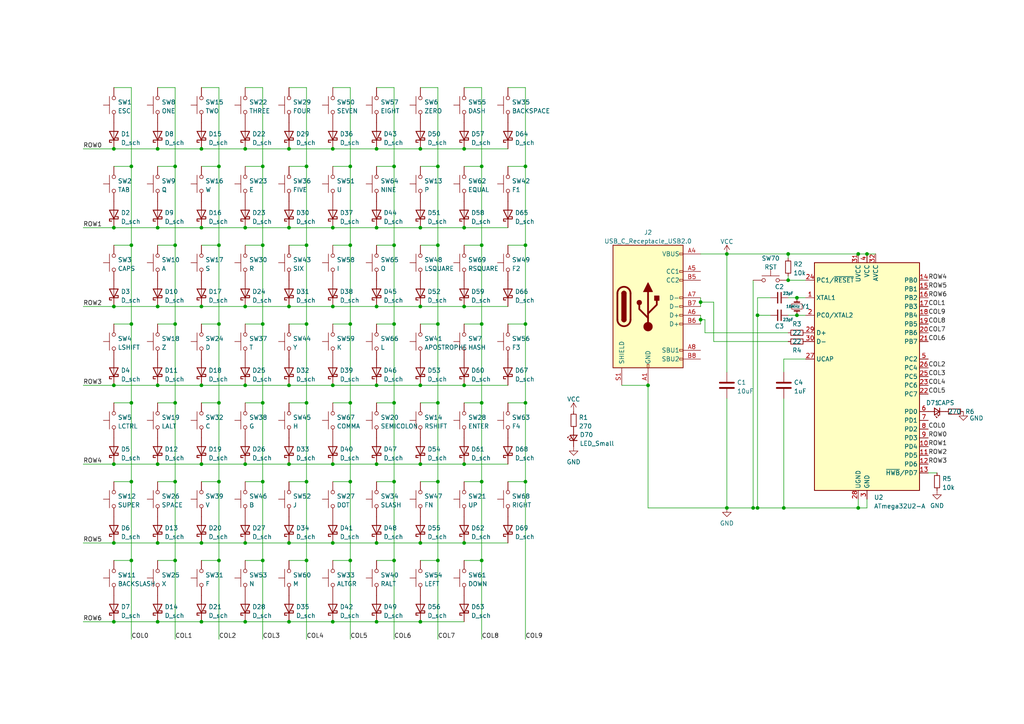
<source format=kicad_sch>
(kicad_sch (version 20211123) (generator eeschema)
  (paper "A4")
  (junction (at 58.42 157.48))
  (junction (at 139.7 116.84))
  (junction (at 33.02 180.34))
  (junction (at 219.71 91.44))
  (junction (at 83.82 134.62))
  (junction (at 63.5 71.12))
  (junction (at 210.82 147.32))
  (junction (at 58.42 134.62))
  (junction (at 83.82 66.04))
  (junction (at 101.6 116.84))
  (junction (at 83.82 180.34))
  (junction (at 139.7 48.26))
  (junction (at 96.52 43.18))
  (junction (at 152.4 71.12))
  (junction (at 88.9 48.26))
  (junction (at 38.1 48.26))
  (junction (at 114.3 48.26))
  (junction (at 114.3 162.56))
  (junction (at 101.6 48.26))
  (junction (at 219.71 147.32))
  (junction (at 227.33 147.32))
  (junction (at 101.6 139.7))
  (junction (at 96.52 66.04))
  (junction (at 38.1 162.56))
  (junction (at 152.4 93.98))
  (junction (at 58.42 66.04))
  (junction (at 50.8 71.12))
  (junction (at 121.92 157.48))
  (junction (at 139.7 71.12))
  (junction (at 71.12 157.48))
  (junction (at 45.72 88.9))
  (junction (at 38.1 139.7))
  (junction (at 251.46 73.66))
  (junction (at 134.62 43.18))
  (junction (at 83.82 157.48))
  (junction (at 152.4 139.7))
  (junction (at 114.3 93.98))
  (junction (at 210.82 73.66))
  (junction (at 152.4 116.84))
  (junction (at 96.52 157.48))
  (junction (at 127 162.56))
  (junction (at 121.92 43.18))
  (junction (at 96.52 111.76))
  (junction (at 127 71.12))
  (junction (at 139.7 93.98))
  (junction (at 76.2 116.84))
  (junction (at 38.1 116.84))
  (junction (at 248.92 73.66))
  (junction (at 33.02 134.62))
  (junction (at 58.42 88.9))
  (junction (at 109.22 157.48))
  (junction (at 134.62 88.9))
  (junction (at 127 139.7))
  (junction (at 134.62 134.62))
  (junction (at 71.12 134.62))
  (junction (at 45.72 157.48))
  (junction (at 33.02 66.04))
  (junction (at 76.2 48.26))
  (junction (at 38.1 71.12))
  (junction (at 58.42 111.76))
  (junction (at 83.82 43.18))
  (junction (at 88.9 93.98))
  (junction (at 203.2 92.71))
  (junction (at 228.6 73.66))
  (junction (at 83.82 88.9))
  (junction (at 121.92 88.9))
  (junction (at 76.2 139.7))
  (junction (at 231.14 86.36))
  (junction (at 101.6 71.12))
  (junction (at 58.42 180.34))
  (junction (at 109.22 88.9))
  (junction (at 121.92 134.62))
  (junction (at 45.72 134.62))
  (junction (at 109.22 66.04))
  (junction (at 228.6 81.28))
  (junction (at 45.72 43.18))
  (junction (at 121.92 66.04))
  (junction (at 101.6 162.56))
  (junction (at 76.2 93.98))
  (junction (at 50.8 93.98))
  (junction (at 109.22 43.18))
  (junction (at 50.8 162.56))
  (junction (at 109.22 180.34))
  (junction (at 109.22 111.76))
  (junction (at 127 93.98))
  (junction (at 134.62 111.76))
  (junction (at 63.5 139.7))
  (junction (at 121.92 111.76))
  (junction (at 231.14 91.44))
  (junction (at 127 48.26))
  (junction (at 203.2 87.63))
  (junction (at 134.62 66.04))
  (junction (at 109.22 134.62))
  (junction (at 38.1 93.98))
  (junction (at 58.42 43.18))
  (junction (at 71.12 43.18))
  (junction (at 101.6 93.98))
  (junction (at 114.3 139.7))
  (junction (at 96.52 180.34))
  (junction (at 114.3 116.84))
  (junction (at 71.12 88.9))
  (junction (at 63.5 116.84))
  (junction (at 139.7 162.56))
  (junction (at 33.02 43.18))
  (junction (at 96.52 88.9))
  (junction (at 121.92 180.34))
  (junction (at 71.12 66.04))
  (junction (at 33.02 88.9))
  (junction (at 71.12 111.76))
  (junction (at 88.9 139.7))
  (junction (at 114.3 71.12))
  (junction (at 96.52 134.62))
  (junction (at 88.9 162.56))
  (junction (at 76.2 162.56))
  (junction (at 33.02 111.76))
  (junction (at 63.5 48.26))
  (junction (at 248.92 147.32))
  (junction (at 63.5 162.56))
  (junction (at 127 116.84))
  (junction (at 50.8 48.26))
  (junction (at 134.62 157.48))
  (junction (at 139.7 139.7))
  (junction (at 76.2 71.12))
  (junction (at 50.8 139.7))
  (junction (at 152.4 48.26))
  (junction (at 50.8 116.84))
  (junction (at 45.72 66.04))
  (junction (at 71.12 180.34))
  (junction (at 218.44 147.32))
  (junction (at 88.9 71.12))
  (junction (at 88.9 116.84))
  (junction (at 45.72 111.76))
  (junction (at 33.02 157.48))
  (junction (at 83.82 111.76))
  (junction (at 187.96 111.76))
  (junction (at 45.72 180.34))
  (junction (at 63.5 93.98))
  (wire (pts (xy 96.52 180.34) (xy 109.22 180.34)))
  (wire (pts (xy 139.7 93.98) (xy 139.7 116.84)))
  (wire (pts (xy 83.82 134.62) (xy 96.52 134.62)))
  (wire (pts (xy 58.42 134.62) (xy 71.12 134.62)))
  (wire (pts (xy 45.72 48.26) (xy 50.8 48.26)))
  (wire (pts (xy 50.8 71.12) (xy 50.8 93.98)))
  (wire (pts (xy 109.22 134.62) (xy 121.92 134.62)))
  (wire (pts (xy 96.52 88.9) (xy 109.22 88.9)))
  (wire (pts (xy 76.2 71.12) (xy 76.2 93.98)))
  (wire (pts (xy 203.2 73.66) (xy 210.82 73.66)))
  (wire (pts (xy 45.72 88.9) (xy 58.42 88.9)))
  (wire (pts (xy 58.42 48.26) (xy 63.5 48.26)))
  (wire (pts (xy 121.92 43.18) (xy 134.62 43.18)))
  (wire (pts (xy 50.8 139.7) (xy 50.8 162.56)))
  (wire (pts (xy 152.4 71.12) (xy 152.4 93.98)))
  (wire (pts (xy 33.02 111.76) (xy 45.72 111.76)))
  (wire (pts (xy 71.12 48.26) (xy 76.2 48.26)))
  (wire (pts (xy 24.13 180.34) (xy 33.02 180.34)))
  (wire (pts (xy 38.1 139.7) (xy 38.1 162.56)))
  (wire (pts (xy 134.62 111.76) (xy 147.32 111.76)))
  (wire (pts (xy 109.22 88.9) (xy 121.92 88.9)))
  (wire (pts (xy 71.12 116.84) (xy 76.2 116.84)))
  (wire (pts (xy 83.82 139.7) (xy 88.9 139.7)))
  (wire (pts (xy 58.42 43.18) (xy 71.12 43.18)))
  (wire (pts (xy 96.52 162.56) (xy 101.6 162.56)))
  (wire (pts (xy 109.22 66.04) (xy 121.92 66.04)))
  (wire (pts (xy 210.82 73.66) (xy 228.6 73.66)))
  (wire (pts (xy 114.3 139.7) (xy 114.3 162.56)))
  (wire (pts (xy 219.71 86.36) (xy 219.71 91.44)))
  (wire (pts (xy 203.2 87.63) (xy 203.2 88.9)))
  (wire (pts (xy 152.4 93.98) (xy 152.4 116.84)))
  (wire (pts (xy 101.6 116.84) (xy 101.6 139.7)))
  (wire (pts (xy 139.7 116.84) (xy 139.7 139.7)))
  (wire (pts (xy 24.13 66.04) (xy 33.02 66.04)))
  (wire (pts (xy 88.9 48.26) (xy 88.9 71.12)))
  (wire (pts (xy 76.2 162.56) (xy 76.2 185.42)))
  (wire (pts (xy 38.1 162.56) (xy 38.1 185.42)))
  (wire (pts (xy 38.1 48.26) (xy 38.1 71.12)))
  (wire (pts (xy 248.92 144.78) (xy 248.92 147.32)))
  (wire (pts (xy 45.72 25.4) (xy 50.8 25.4)))
  (wire (pts (xy 33.02 93.98) (xy 38.1 93.98)))
  (wire (pts (xy 203.2 86.36) (xy 203.2 87.63)))
  (wire (pts (xy 121.92 139.7) (xy 127 139.7)))
  (wire (pts (xy 88.9 71.12) (xy 88.9 93.98)))
  (wire (pts (xy 83.82 25.4) (xy 88.9 25.4)))
  (wire (pts (xy 45.72 43.18) (xy 58.42 43.18)))
  (wire (pts (xy 101.6 48.26) (xy 101.6 71.12)))
  (wire (pts (xy 88.9 93.98) (xy 88.9 116.84)))
  (wire (pts (xy 134.62 66.04) (xy 147.32 66.04)))
  (wire (pts (xy 139.7 25.4) (xy 139.7 48.26)))
  (wire (pts (xy 96.52 157.48) (xy 109.22 157.48)))
  (wire (pts (xy 134.62 88.9) (xy 147.32 88.9)))
  (wire (pts (xy 127 93.98) (xy 127 116.84)))
  (wire (pts (xy 58.42 71.12) (xy 63.5 71.12)))
  (wire (pts (xy 231.14 86.36) (xy 233.68 86.36)))
  (wire (pts (xy 96.52 25.4) (xy 101.6 25.4)))
  (wire (pts (xy 227.33 104.14) (xy 233.68 104.14)))
  (wire (pts (xy 63.5 93.98) (xy 63.5 116.84)))
  (wire (pts (xy 121.92 66.04) (xy 134.62 66.04)))
  (wire (pts (xy 33.02 48.26) (xy 38.1 48.26)))
  (wire (pts (xy 101.6 71.12) (xy 101.6 93.98)))
  (wire (pts (xy 121.92 93.98) (xy 127 93.98)))
  (wire (pts (xy 269.24 137.16) (xy 271.78 137.16)))
  (wire (pts (xy 228.6 73.66) (xy 228.6 74.93)))
  (wire (pts (xy 88.9 139.7) (xy 88.9 162.56)))
  (wire (pts (xy 134.62 43.18) (xy 147.32 43.18)))
  (wire (pts (xy 210.82 147.32) (xy 218.44 147.32)))
  (wire (pts (xy 71.12 180.34) (xy 83.82 180.34)))
  (wire (pts (xy 38.1 25.4) (xy 38.1 48.26)))
  (wire (pts (xy 58.42 93.98) (xy 63.5 93.98)))
  (wire (pts (xy 109.22 111.76) (xy 121.92 111.76)))
  (wire (pts (xy 50.8 116.84) (xy 50.8 139.7)))
  (wire (pts (xy 109.22 157.48) (xy 121.92 157.48)))
  (wire (pts (xy 109.22 71.12) (xy 114.3 71.12)))
  (wire (pts (xy 139.7 48.26) (xy 139.7 71.12)))
  (wire (pts (xy 45.72 180.34) (xy 58.42 180.34)))
  (wire (pts (xy 210.82 73.66) (xy 210.82 107.95)))
  (wire (pts (xy 228.6 99.06) (xy 207.01 99.06)))
  (wire (pts (xy 219.71 91.44) (xy 219.71 147.32)))
  (wire (pts (xy 204.47 96.52) (xy 228.6 96.52)))
  (wire (pts (xy 24.13 43.18) (xy 33.02 43.18)))
  (wire (pts (xy 227.33 115.57) (xy 227.33 147.32)))
  (wire (pts (xy 223.52 86.36) (xy 219.71 86.36)))
  (wire (pts (xy 254 73.66) (xy 251.46 73.66)))
  (wire (pts (xy 96.52 71.12) (xy 101.6 71.12)))
  (wire (pts (xy 121.92 71.12) (xy 127 71.12)))
  (wire (pts (xy 127 162.56) (xy 127 185.42)))
  (wire (pts (xy 114.3 25.4) (xy 114.3 48.26)))
  (wire (pts (xy 227.33 147.32) (xy 248.92 147.32)))
  (wire (pts (xy 83.82 116.84) (xy 88.9 116.84)))
  (wire (pts (xy 45.72 66.04) (xy 58.42 66.04)))
  (wire (pts (xy 109.22 162.56) (xy 114.3 162.56)))
  (wire (pts (xy 147.32 139.7) (xy 152.4 139.7)))
  (wire (pts (xy 76.2 139.7) (xy 76.2 162.56)))
  (wire (pts (xy 33.02 134.62) (xy 45.72 134.62)))
  (wire (pts (xy 24.13 134.62) (xy 33.02 134.62)))
  (wire (pts (xy 83.82 66.04) (xy 96.52 66.04)))
  (wire (pts (xy 24.13 88.9) (xy 33.02 88.9)))
  (wire (pts (xy 45.72 116.84) (xy 50.8 116.84)))
  (wire (pts (xy 83.82 43.18) (xy 96.52 43.18)))
  (wire (pts (xy 96.52 116.84) (xy 101.6 116.84)))
  (wire (pts (xy 63.5 25.4) (xy 63.5 48.26)))
  (wire (pts (xy 83.82 93.98) (xy 88.9 93.98)))
  (wire (pts (xy 45.72 139.7) (xy 50.8 139.7)))
  (wire (pts (xy 58.42 111.76) (xy 71.12 111.76)))
  (wire (pts (xy 33.02 71.12) (xy 38.1 71.12)))
  (wire (pts (xy 121.92 180.34) (xy 134.62 180.34)))
  (wire (pts (xy 63.5 162.56) (xy 63.5 185.42)))
  (wire (pts (xy 114.3 116.84) (xy 114.3 139.7)))
  (wire (pts (xy 63.5 116.84) (xy 63.5 139.7)))
  (wire (pts (xy 101.6 162.56) (xy 101.6 185.42)))
  (wire (pts (xy 83.82 180.34) (xy 96.52 180.34)))
  (wire (pts (xy 33.02 25.4) (xy 38.1 25.4)))
  (wire (pts (xy 58.42 88.9) (xy 71.12 88.9)))
  (wire (pts (xy 71.12 93.98) (xy 76.2 93.98)))
  (wire (pts (xy 45.72 157.48) (xy 58.42 157.48)))
  (wire (pts (xy 207.01 87.63) (xy 203.2 87.63)))
  (wire (pts (xy 114.3 162.56) (xy 114.3 185.42)))
  (wire (pts (xy 33.02 43.18) (xy 45.72 43.18)))
  (wire (pts (xy 63.5 139.7) (xy 63.5 162.56)))
  (wire (pts (xy 248.92 73.66) (xy 228.6 73.66)))
  (wire (pts (xy 134.62 48.26) (xy 139.7 48.26)))
  (wire (pts (xy 251.46 147.32) (xy 251.46 144.78)))
  (wire (pts (xy 127 48.26) (xy 127 71.12)))
  (wire (pts (xy 45.72 71.12) (xy 50.8 71.12)))
  (wire (pts (xy 83.82 88.9) (xy 96.52 88.9)))
  (wire (pts (xy 71.12 71.12) (xy 76.2 71.12)))
  (wire (pts (xy 96.52 48.26) (xy 101.6 48.26)))
  (wire (pts (xy 76.2 25.4) (xy 76.2 48.26)))
  (wire (pts (xy 71.12 134.62) (xy 83.82 134.62)))
  (wire (pts (xy 58.42 162.56) (xy 63.5 162.56)))
  (wire (pts (xy 147.32 93.98) (xy 152.4 93.98)))
  (wire (pts (xy 45.72 162.56) (xy 50.8 162.56)))
  (wire (pts (xy 58.42 157.48) (xy 71.12 157.48)))
  (wire (pts (xy 139.7 71.12) (xy 139.7 93.98)))
  (wire (pts (xy 121.92 162.56) (xy 127 162.56)))
  (wire (pts (xy 218.44 147.32) (xy 219.71 147.32)))
  (wire (pts (xy 109.22 139.7) (xy 114.3 139.7)))
  (wire (pts (xy 58.42 66.04) (xy 71.12 66.04)))
  (wire (pts (xy 127 116.84) (xy 127 139.7)))
  (wire (pts (xy 101.6 93.98) (xy 101.6 116.84)))
  (wire (pts (xy 101.6 139.7) (xy 101.6 162.56)))
  (wire (pts (xy 63.5 48.26) (xy 63.5 71.12)))
  (wire (pts (xy 109.22 116.84) (xy 114.3 116.84)))
  (wire (pts (xy 71.12 88.9) (xy 83.82 88.9)))
  (wire (pts (xy 134.62 139.7) (xy 139.7 139.7)))
  (wire (pts (xy 147.32 71.12) (xy 152.4 71.12)))
  (wire (pts (xy 121.92 25.4) (xy 127 25.4)))
  (wire (pts (xy 71.12 139.7) (xy 76.2 139.7)))
  (wire (pts (xy 24.13 157.48) (xy 33.02 157.48)))
  (wire (pts (xy 121.92 88.9) (xy 134.62 88.9)))
  (wire (pts (xy 152.4 25.4) (xy 152.4 48.26)))
  (wire (pts (xy 228.6 81.28) (xy 228.6 80.01)))
  (wire (pts (xy 121.92 116.84) (xy 127 116.84)))
  (wire (pts (xy 83.82 157.48) (xy 96.52 157.48)))
  (wire (pts (xy 96.52 43.18) (xy 109.22 43.18)))
  (wire (pts (xy 83.82 111.76) (xy 96.52 111.76)))
  (wire (pts (xy 83.82 71.12) (xy 88.9 71.12)))
  (wire (pts (xy 71.12 162.56) (xy 76.2 162.56)))
  (wire (pts (xy 134.62 25.4) (xy 139.7 25.4)))
  (wire (pts (xy 134.62 116.84) (xy 139.7 116.84)))
  (wire (pts (xy 248.92 147.32) (xy 251.46 147.32)))
  (wire (pts (xy 71.12 157.48) (xy 83.82 157.48)))
  (wire (pts (xy 139.7 139.7) (xy 139.7 162.56)))
  (wire (pts (xy 203.2 92.71) (xy 204.47 92.71)))
  (wire (pts (xy 33.02 116.84) (xy 38.1 116.84)))
  (wire (pts (xy 83.82 162.56) (xy 88.9 162.56)))
  (wire (pts (xy 71.12 25.4) (xy 76.2 25.4)))
  (wire (pts (xy 33.02 139.7) (xy 38.1 139.7)))
  (wire (pts (xy 134.62 134.62) (xy 147.32 134.62)))
  (wire (pts (xy 83.82 48.26) (xy 88.9 48.26)))
  (wire (pts (xy 76.2 48.26) (xy 76.2 71.12)))
  (wire (pts (xy 45.72 111.76) (xy 58.42 111.76)))
  (wire (pts (xy 96.52 66.04) (xy 109.22 66.04)))
  (wire (pts (xy 134.62 71.12) (xy 139.7 71.12)))
  (wire (pts (xy 109.22 43.18) (xy 121.92 43.18)))
  (wire (pts (xy 152.4 139.7) (xy 152.4 185.42)))
  (wire (pts (xy 76.2 93.98) (xy 76.2 116.84)))
  (wire (pts (xy 114.3 48.26) (xy 114.3 71.12)))
  (wire (pts (xy 218.44 81.28) (xy 218.44 147.32)))
  (wire (pts (xy 88.9 162.56) (xy 88.9 185.42)))
  (wire (pts (xy 71.12 43.18) (xy 83.82 43.18)))
  (wire (pts (xy 96.52 111.76) (xy 109.22 111.76)))
  (wire (pts (xy 96.52 93.98) (xy 101.6 93.98)))
  (wire (pts (xy 207.01 99.06) (xy 207.01 87.63)))
  (wire (pts (xy 96.52 139.7) (xy 101.6 139.7)))
  (wire (pts (xy 147.32 25.4) (xy 152.4 25.4)))
  (wire (pts (xy 210.82 115.57) (xy 210.82 147.32)))
  (wire (pts (xy 251.46 73.66) (xy 248.92 73.66)))
  (wire (pts (xy 109.22 180.34) (xy 121.92 180.34)))
  (wire (pts (xy 227.33 107.95) (xy 227.33 104.14)))
  (wire (pts (xy 88.9 116.84) (xy 88.9 139.7)))
  (wire (pts (xy 50.8 93.98) (xy 50.8 116.84)))
  (wire (pts (xy 76.2 116.84) (xy 76.2 139.7)))
  (wire (pts (xy 152.4 116.84) (xy 152.4 139.7)))
  (wire (pts (xy 58.42 116.84) (xy 63.5 116.84)))
  (wire (pts (xy 219.71 147.32) (xy 227.33 147.32)))
  (wire (pts (xy 109.22 25.4) (xy 114.3 25.4)))
  (wire (pts (xy 58.42 180.34) (xy 71.12 180.34)))
  (wire (pts (xy 33.02 157.48) (xy 45.72 157.48)))
  (wire (pts (xy 24.13 111.76) (xy 33.02 111.76)))
  (wire (pts (xy 204.47 92.71) (xy 204.47 96.52)))
  (wire (pts (xy 33.02 66.04) (xy 45.72 66.04)))
  (wire (pts (xy 219.71 91.44) (xy 223.52 91.44)))
  (wire (pts (xy 109.22 48.26) (xy 114.3 48.26)))
  (wire (pts (xy 38.1 93.98) (xy 38.1 116.84)))
  (wire (pts (xy 187.96 147.32) (xy 210.82 147.32)))
  (wire (pts (xy 187.96 111.76) (xy 187.96 147.32)))
  (wire (pts (xy 121.92 111.76) (xy 134.62 111.76)))
  (wire (pts (xy 180.34 111.76) (xy 187.96 111.76)))
  (wire (pts (xy 127 25.4) (xy 127 48.26)))
  (wire (pts (xy 96.52 134.62) (xy 109.22 134.62)))
  (wire (pts (xy 33.02 180.34) (xy 45.72 180.34)))
  (wire (pts (xy 134.62 93.98) (xy 139.7 93.98)))
  (wire (pts (xy 101.6 25.4) (xy 101.6 48.26)))
  (wire (pts (xy 231.14 91.44) (xy 233.68 91.44)))
  (wire (pts (xy 50.8 162.56) (xy 50.8 185.42)))
  (wire (pts (xy 114.3 93.98) (xy 114.3 116.84)))
  (wire (pts (xy 88.9 25.4) (xy 88.9 48.26)))
  (wire (pts (xy 71.12 66.04) (xy 83.82 66.04)))
  (wire (pts (xy 147.32 116.84) (xy 152.4 116.84)))
  (wire (pts (xy 45.72 93.98) (xy 50.8 93.98)))
  (wire (pts (xy 134.62 157.48) (xy 147.32 157.48)))
  (wire (pts (xy 63.5 71.12) (xy 63.5 93.98)))
  (wire (pts (xy 203.2 91.44) (xy 203.2 92.71)))
  (wire (pts (xy 121.92 157.48) (xy 134.62 157.48)))
  (wire (pts (xy 134.62 162.56) (xy 139.7 162.56)))
  (wire (pts (xy 233.68 81.28) (xy 228.6 81.28)))
  (wire (pts (xy 58.42 25.4) (xy 63.5 25.4)))
  (wire (pts (xy 58.42 139.7) (xy 63.5 139.7)))
  (wire (pts (xy 45.72 134.62) (xy 58.42 134.62)))
  (wire (pts (xy 33.02 88.9) (xy 45.72 88.9)))
  (wire (pts (xy 139.7 162.56) (xy 139.7 185.42)))
  (wire (pts (xy 121.92 134.62) (xy 134.62 134.62)))
  (wire (pts (xy 50.8 48.26) (xy 50.8 71.12)))
  (wire (pts (xy 114.3 71.12) (xy 114.3 93.98)))
  (wire (pts (xy 121.92 48.26) (xy 127 48.26)))
  (wire (pts (xy 228.6 91.44) (xy 231.14 91.44)))
  (wire (pts (xy 152.4 48.26) (xy 152.4 71.12)))
  (wire (pts (xy 71.12 111.76) (xy 83.82 111.76)))
  (wire (pts (xy 38.1 71.12) (xy 38.1 93.98)))
  (wire (pts (xy 127 71.12) (xy 127 93.98)))
  (wire (pts (xy 203.2 92.71) (xy 203.2 93.98)))
  (wire (pts (xy 147.32 48.26) (xy 152.4 48.26)))
  (wire (pts (xy 33.02 162.56) (xy 38.1 162.56)))
  (wire (pts (xy 228.6 86.36) (xy 231.14 86.36)))
  (wire (pts (xy 38.1 116.84) (xy 38.1 139.7)))
  (wire (pts (xy 127 139.7) (xy 127 162.56)))
  (wire (pts (xy 50.8 25.4) (xy 50.8 48.26)))
  (wire (pts (xy 109.22 93.98) (xy 114.3 93.98)))
  (label "ROW3" (at 269.24 134.62 0))
  (label "ROW6" (at 269.24 86.36 0))
  (label "ROW5" (at 269.24 83.82 0))
  (label "COL5" (at 101.6 185.42 0))
  (label "COL0" (at 269.24 124.46 0))
  (label "COL0" (at 38.1 185.42 0))
  (label "COL4" (at 88.9 185.42 0))
  (label "COL3" (at 76.2 185.42 0))
  (label "COL2" (at 269.24 106.68 0))
  (label "ROW1" (at 269.24 129.54 0))
  (label "COL1" (at 50.8 185.42 0))
  (label "ROW6" (at 24.13 180.34 0))
  (label "COL7" (at 127 185.42 0))
  (label "ROW0" (at 24.13 43.18 0))
  (label "COL4" (at 269.24 111.76 0))
  (label "ROW4" (at 24.13 134.62 0))
  (label "COL7" (at 269.24 96.52 0))
  (label "ROW0" (at 269.24 127 0))
  (label "COL1" (at 269.24 88.9 0))
  (label "COL9" (at 152.4 185.42 0))
  (label "COL6" (at 114.3 185.42 0))
  (label "ROW2" (at 24.13 88.9 0))
  (label "COL3" (at 269.24 109.22 0))
  (label "COL6" (at 269.24 99.06 0))
  (label "COL2" (at 63.5 185.42 0))
  (label "ROW2" (at 269.24 132.08 0))
  (label "ROW4" (at 269.24 81.28 0))
  (label "ROW1" (at 24.13 66.04 0))
  (label "COL9" (at 269.24 91.44 0))
  (label "ROW3" (at 24.13 111.76 0))
  (label "COL8" (at 269.24 93.98 0))
  (label "COL8" (at 139.7 185.42 0))
  (label "ROW5" (at 24.13 157.48 0))
  (label "COL5" (at 269.24 114.3 0))
  (symbol (lib_id "Switch:SW_Push") (at 71.12 121.92 90) (unit 1)
    (property "Reference" "SW38" (at 72.263 121.0853 90) (effects (justify right)))
    (property "Value" "G" (at 72.263 123.6222 90) (effects (justify right)))
    (property "Footprint" "Button_Switch_Keyboard:SW_Cherry_MX_1.00u_PCB" (effects hide))
  )
  (symbol (lib_id "Switch:SW_Push") (at 83.82 99.06 90) (unit 1)
    (property "Reference" "SW44" (at 84.963 98.2253 90) (effects (justify right)))
    (property "Value" "Y" (at 84.963 100.7622 90) (effects (justify right)))
    (property "Footprint" "Button_Switch_Keyboard:SW_Cherry_MX_1.00u_PCB" (effects hide))
  )
  (symbol (lib_id "Device:D_Schottky") (at 96.52 85.09 90) (unit 1)
    (property "Reference" "D38" (at 98.552 84.5728 90) (effects (justify right)))
    (property "Value" "D_sch" (at 98.552 87.1097 90) (effects (justify right)))
    (property "Footprint" "Package_TO_SOT_SMD:SOT-323_SC-70_Handsoldering" (effects hide))
  )
  (symbol (lib_id "Device:D_Schottky") (at 45.72 176.53 90) (unit 1)
    (property "Reference" "D14" (at 47.752 176.0128 90) (effects (justify right)))
    (property "Value" "D_sch" (at 47.752 178.5497 90) (effects (justify right)))
    (property "Footprint" "Package_TO_SOT_SMD:SOT-323_SC-70_Handsoldering" (effects hide))
  )
  (symbol (lib_id "Switch:SW_Push") (at 134.62 144.78 90) (unit 1)
    (property "Reference" "SW21" (at 135.763 143.9453 90) (effects (justify right)))
    (property "Value" "UP" (at 135.763 146.4822 90) (effects (justify right)))
    (property "Footprint" "Button_Switch_Keyboard:SW_Cherry_MX_1.00u_PCB" (effects hide))
  )
  (symbol (lib_id "Device:D_Schottky") (at 121.92 39.37 90) (unit 1)
    (property "Reference" "D50" (at 123.952 38.8528 90) (effects (justify right)))
    (property "Value" "D_sch" (at 123.952 41.3897 90) (effects (justify right)))
    (property "Footprint" "Package_TO_SOT_SMD:SOT-323_SC-70_Handsoldering" (effects hide))
  )
  (symbol (lib_id "Device:D_Schottky") (at 134.62 153.67 90) (unit 1)
    (property "Reference" "D62" (at 136.652 153.1528 90) (effects (justify right)))
    (property "Value" "D_sch" (at 136.652 155.6897 90) (effects (justify right)))
    (property "Footprint" "Package_TO_SOT_SMD:SOT-323_SC-70_Handsoldering" (effects hide))
  )
  (symbol (lib_id "Device:D_Schottky") (at 33.02 153.67 90) (unit 1)
    (property "Reference" "D6" (at 35.052 153.1528 90) (effects (justify right)))
    (property "Value" "D_sch" (at 35.052 155.6897 90) (effects (justify right)))
    (property "Footprint" "Package_TO_SOT_SMD:SOT-323_SC-70_Handsoldering" (effects hide))
  )
  (symbol (lib_id "Device:C") (at 227.33 111.76 180) (unit 1)
    (property "Reference" "C4" (at 230.251 110.9253 0) (effects (justify right)))
    (property "Value" "1uF" (at 230.251 113.4622 0) (effects (justify right)))
    (property "Footprint" "Capacitor_SMD:C_0805_2012Metric_Pad1.18x1.45mm_HandSolder" (effects hide))
  )
  (symbol (lib_id "Switch:SW_Push") (at 45.72 167.64 90) (unit 1)
    (property "Reference" "SW25" (at 46.863 166.8053 90) (effects (justify right)))
    (property "Value" "X" (at 46.863 169.3422 90) (effects (justify right)))
    (property "Footprint" "Button_Switch_Keyboard:SW_Cherry_MX_1.00u_PCB" (effects hide))
  )
  (symbol (lib_id "Switch:SW_Push") (at 71.12 76.2 90) (unit 1)
    (property "Reference" "SW30" (at 72.263 75.3653 90) (effects (justify right)))
    (property "Value" "R" (at 72.263 77.9022 90) (effects (justify right)))
    (property "Footprint" "Button_Switch_Keyboard:SW_Cherry_MX_1.00u_PCB" (effects hide))
  )
  (symbol (lib_id "Switch:SW_Push") (at 45.72 99.06 90) (unit 1)
    (property "Reference" "SW18" (at 46.863 98.2253 90) (effects (justify right)))
    (property "Value" "Z" (at 46.863 100.7622 90) (effects (justify right)))
    (property "Footprint" "Button_Switch_Keyboard:SW_Cherry_MX_1.00u_PCB" (effects hide))
  )
  (symbol (lib_id "Device:D_Schottky") (at 45.72 62.23 90) (unit 1)
    (property "Reference" "D9" (at 47.752 61.7128 90) (effects (justify right)))
    (property "Value" "D_sch" (at 47.752 64.2497 90) (effects (justify right)))
    (property "Footprint" "Package_TO_SOT_SMD:SOT-323_SC-70_Handsoldering" (effects hide))
  )
  (symbol (lib_id "Switch:SW_Push") (at 83.82 53.34 90) (unit 1)
    (property "Reference" "SW36" (at 84.963 52.5053 90) (effects (justify right)))
    (property "Value" "FIVE" (at 84.963 55.0422 90) (effects (justify right)))
    (property "Footprint" "Button_Switch_Keyboard:SW_Cherry_MX_1.00u_PCB" (effects hide))
  )
  (symbol (lib_id "Device:D_Schottky") (at 33.02 39.37 90) (unit 1)
    (property "Reference" "D1" (at 35.052 38.8528 90) (effects (justify right)))
    (property "Value" "D_sch" (at 35.052 41.3897 90) (effects (justify right)))
    (property "Footprint" "Package_TO_SOT_SMD:SOT-323_SC-70_Handsoldering" (effects hide))
  )
  (symbol (lib_id "Device:D_Schottky") (at 134.62 85.09 90) (unit 1)
    (property "Reference" "D59" (at 136.652 84.5728 90) (effects (justify right)))
    (property "Value" "D_sch" (at 136.652 87.1097 90) (effects (justify right)))
    (property "Footprint" "Package_TO_SOT_SMD:SOT-323_SC-70_Handsoldering" (effects hide))
  )
  (symbol (lib_id "Device:LED_Small") (at 166.37 127 90) (unit 1)
    (property "Reference" "D70" (at 168.148 126.1018 90) (effects (justify right)))
    (property "Value" "LED_Small" (at 168.148 128.6387 90) (effects (justify right)))
    (property "Footprint" "LED_SMD:LED_0805_2012Metric_Pad1.15x1.40mm_HandSolder" (effects hide))
  )
  (symbol (lib_id "Device:D_Schottky") (at 33.02 85.09 90) (unit 1)
    (property "Reference" "D3" (at 35.052 84.5728 90) (effects (justify right)))
    (property "Value" "D_sch" (at 35.052 87.1097 90) (effects (justify right)))
    (property "Footprint" "Package_TO_SOT_SMD:SOT-323_SC-70_Handsoldering" (effects hide))
  )
  (symbol (lib_id "Switch:SW_Push") (at 147.32 121.92 90) (unit 1)
    (property "Reference" "SW63" (at 148.463 121.0853 90) (effects (justify right)))
    (property "Value" "F4" (at 148.463 123.6222 90) (effects (justify right)))
    (property "Footprint" "Button_Switch_Keyboard:SW_Cherry_MX_1.00u_PCB" (effects hide))
  )
  (symbol (lib_id "Device:D_Schottky") (at 134.62 130.81 90) (unit 1)
    (property "Reference" "D61" (at 136.652 130.2928 90) (effects (justify right)))
    (property "Value" "D_sch" (at 136.652 132.8297 90) (effects (justify right)))
    (property "Footprint" "Package_TO_SOT_SMD:SOT-323_SC-70_Handsoldering" (effects hide))
  )
  (symbol (lib_id "Switch:SW_Push") (at 58.42 76.2 90) (unit 1)
    (property "Reference" "SW17" (at 59.563 75.3653 90) (effects (justify right)))
    (property "Value" "S" (at 59.563 77.9022 90) (effects (justify right)))
    (property "Footprint" "Button_Switch_Keyboard:SW_Cherry_MX_1.00u_PCB" (effects hide))
  )
  (symbol (lib_id "Device:D_Schottky") (at 121.92 62.23 90) (unit 1)
    (property "Reference" "D51" (at 123.952 61.7128 90) (effects (justify right)))
    (property "Value" "D_sch" (at 123.952 64.2497 90) (effects (justify right)))
    (property "Footprint" "Package_TO_SOT_SMD:SOT-323_SC-70_Handsoldering" (effects hide))
  )
  (symbol (lib_id "Device:R_Small") (at 228.6 77.47 0) (unit 1)
    (property "Reference" "R2" (at 230.0986 76.6353 0) (effects (justify left)))
    (property "Value" "10k" (at 230.0986 79.1722 0) (effects (justify left)))
    (property "Footprint" "Resistor_SMD:R_0805_2012Metric_Pad1.20x1.40mm_HandSolder" (effects hide))
  )
  (symbol (lib_id "Switch:SW_Push") (at 33.02 99.06 90) (unit 1)
    (property "Reference" "SW4" (at 34.163 98.2253 90) (effects (justify right)))
    (property "Value" "LSHIFT" (at 34.163 100.7622 90) (effects (justify right)))
    (property "Footprint" "Button_Switch_Keyboard:SW_Cherry_MX_1.25u_PCB" (effects hide))
  )
  (symbol (lib_id "Device:C_Small") (at 226.06 86.36 270) (unit 1)
    (property "Reference" "C2" (at 226.06 83.185 90))
    (property "Value" "23pF" (at 228.6 85.09 90) (effects (font (size 0.8 0.8))))
    (property "Footprint" "Capacitor_SMD:C_0805_2012Metric_Pad1.18x1.45mm_HandSolder" (effects hide))
  )
  (symbol (lib_id "Device:D_Schottky") (at 83.82 176.53 90) (unit 1)
    (property "Reference" "D35" (at 85.852 176.0128 90) (effects (justify right)))
    (property "Value" "D_sch" (at 85.852 178.5497 90) (effects (justify right)))
    (property "Footprint" "Package_TO_SOT_SMD:SOT-323_SC-70_Handsoldering" (effects hide))
  )
  (symbol (lib_id "Device:D_Schottky") (at 134.62 62.23 90) (unit 1)
    (property "Reference" "D58" (at 136.652 61.7128 90) (effects (justify right)))
    (property "Value" "D_sch" (at 136.652 64.2497 90) (effects (justify right)))
    (property "Footprint" "Package_TO_SOT_SMD:SOT-323_SC-70_Handsoldering" (effects hide))
  )
  (symbol (lib_id "Switch:SW_Push") (at 45.72 121.92 90) (unit 1)
    (property "Reference" "SW19" (at 46.863 121.0853 90) (effects (justify right)))
    (property "Value" "LALT" (at 46.863 123.6222 90) (effects (justify right)))
    (property "Footprint" "Button_Switch_Keyboard:SW_Cherry_MX_1.25u_PCB" (effects hide))
  )
  (symbol (lib_id "Device:D_Schottky") (at 109.22 176.53 90) (unit 1)
    (property "Reference" "D49" (at 111.252 176.0128 90) (effects (justify right)))
    (property "Value" "D_sch" (at 111.252 178.5497 90) (effects (justify right)))
    (property "Footprint" "Package_TO_SOT_SMD:SOT-323_SC-70_Handsoldering" (effects hide))
  )
  (symbol (lib_id "Device:D_Schottky") (at 58.42 62.23 90) (unit 1)
    (property "Reference" "D16" (at 60.452 61.7128 90) (effects (justify right)))
    (property "Value" "D_sch" (at 60.452 64.2497 90) (effects (justify right)))
    (property "Footprint" "Package_TO_SOT_SMD:SOT-323_SC-70_Handsoldering" (effects hide))
  )
  (symbol (lib_id "Device:D_Schottky") (at 121.92 153.67 90) (unit 1)
    (property "Reference" "D55" (at 123.952 153.1528 90) (effects (justify right)))
    (property "Value" "D_sch" (at 123.952 155.6897 90) (effects (justify right)))
    (property "Footprint" "Package_TO_SOT_SMD:SOT-323_SC-70_Handsoldering" (effects hide))
  )
  (symbol (lib_id "Switch:SW_Push") (at 58.42 99.06 90) (unit 1)
    (property "Reference" "SW24" (at 59.563 98.2253 90) (effects (justify right)))
    (property "Value" "D" (at 59.563 100.7622 90) (effects (justify right)))
    (property "Footprint" "Button_Switch_Keyboard:SW_Cherry_MX_1.00u_PCB" (effects hide))
  )
  (symbol (lib_id "Device:D_Schottky") (at 33.02 176.53 90) (unit 1)
    (property "Reference" "D7" (at 35.052 176.0128 90) (effects (justify right)))
    (property "Value" "D_sch" (at 35.052 178.5497 90) (effects (justify right)))
    (property "Footprint" "Package_TO_SOT_SMD:SOT-323_SC-70_Handsoldering" (effects hide))
  )
  (symbol (lib_id "Device:D_Schottky") (at 134.62 107.95 90) (unit 1)
    (property "Reference" "D60" (at 136.652 107.4328 90) (effects (justify right)))
    (property "Value" "D_sch" (at 136.652 109.9697 90) (effects (justify right)))
    (property "Footprint" "Package_TO_SOT_SMD:SOT-323_SC-70_Handsoldering" (effects hide))
  )
  (symbol (lib_id "Switch:SW_Push") (at 33.02 76.2 90) (unit 1)
    (property "Reference" "SW3" (at 34.163 75.3653 90) (effects (justify right)))
    (property "Value" "CAPS" (at 34.163 77.9022 90) (effects (justify right)))
    (property "Footprint" "Button_Switch_Keyboard:SW_Cherry_MX_1.75u_PCB" (effects hide))
  )
  (symbol (lib_id "Switch:SW_Push") (at 71.12 144.78 90) (unit 1)
    (property "Reference" "SW46" (at 72.263 143.9453 90) (effects (justify right)))
    (property "Value" "B" (at 72.263 146.4822 90) (effects (justify right)))
    (property "Footprint" "Button_Switch_Keyboard:SW_Cherry_MX_1.00u_PCB" (effects hide))
  )
  (symbol (lib_id "Device:R_Small") (at 231.14 96.52 90) (unit 1)
    (property "Reference" "R3" (at 231.14 93.98 90))
    (property "Value" "22" (at 231.14 96.52 90))
    (property "Footprint" "Resistor_SMD:R_0805_2012Metric_Pad1.20x1.40mm_HandSolder" (effects hide))
  )
  (symbol (lib_id "Switch:SW_Push") (at 121.92 144.78 90) (unit 1)
    (property "Reference" "SW47" (at 123.063 143.9453 90) (effects (justify right)))
    (property "Value" "FN" (at 123.063 146.4822 90) (effects (justify right)))
    (property "Footprint" "Button_Switch_Keyboard:SW_Cherry_MX_1.00u_PCB" (effects hide))
  )
  (symbol (lib_id "Switch:SW_Push") (at 33.02 30.48 90) (unit 1)
    (property "Reference" "SW1" (at 34.163 29.6453 90) (effects (justify right)))
    (property "Value" "ESC" (at 34.163 32.1822 90) (effects (justify right)))
    (property "Footprint" "Button_Switch_Keyboard:SW_Cherry_MX_1.00u_PCB" (effects hide))
  )
  (symbol (lib_id "Switch:SW_Push") (at 96.52 167.64 90) (unit 1)
    (property "Reference" "SW33" (at 97.663 166.8053 90) (effects (justify right)))
    (property "Value" "ALTGR" (at 97.663 169.3422 90) (effects (justify right)))
    (property "Footprint" "Button_Switch_Keyboard:SW_Cherry_MX_1.00u_PCB" (effects hide))
  )
  (symbol (lib_id "Device:D_Schottky") (at 147.32 85.09 90) (unit 1)
    (property "Reference" "D66" (at 149.352 84.5728 90) (effects (justify right)))
    (property "Value" "D_sch" (at 149.352 87.1097 90) (effects (justify right)))
    (property "Footprint" "Package_TO_SOT_SMD:SOT-323_SC-70_Handsoldering" (effects hide))
  )
  (symbol (lib_id "Device:D_Schottky") (at 109.22 39.37 90) (unit 1)
    (property "Reference" "D43" (at 111.252 38.8528 90) (effects (justify right)))
    (property "Value" "D_sch" (at 111.252 41.3897 90) (effects (justify right)))
    (property "Footprint" "Package_TO_SOT_SMD:SOT-323_SC-70_Handsoldering" (effects hide))
  )
  (symbol (lib_id "Device:D_Schottky") (at 58.42 39.37 90) (unit 1)
    (property "Reference" "D15" (at 60.452 38.8528 90) (effects (justify right)))
    (property "Value" "D_sch" (at 60.452 41.3897 90) (effects (justify right)))
    (property "Footprint" "Package_TO_SOT_SMD:SOT-323_SC-70_Handsoldering" (effects hide))
  )
  (symbol (lib_id "Device:D_Schottky") (at 58.42 176.53 90) (unit 1)
    (property "Reference" "D21" (at 60.452 176.0128 90) (effects (justify right)))
    (property "Value" "D_sch" (at 60.452 178.5497 90) (effects (justify right)))
    (property "Footprint" "Package_TO_SOT_SMD:SOT-323_SC-70_Handsoldering" (effects hide))
  )
  (symbol (lib_id "Device:D_Schottky") (at 45.72 153.67 90) (unit 1)
    (property "Reference" "D13" (at 47.752 153.1528 90) (effects (justify right)))
    (property "Value" "D_sch" (at 47.752 155.6897 90) (effects (justify right)))
    (property "Footprint" "Package_TO_SOT_SMD:SOT-323_SC-70_Handsoldering" (effects hide))
  )
  (symbol (lib_id "Device:C_Small") (at 226.06 91.44 270) (unit 1)
    (property "Reference" "C3" (at 226.06 94.615 90))
    (property "Value" "23pF" (at 228.6 92.71 90) (effects (font (size 0.8 0.8))))
    (property "Footprint" "Capacitor_SMD:C_0805_2012Metric_Pad1.18x1.45mm_HandSolder" (effects hide))
  )
  (symbol (lib_id "Device:D_Schottky") (at 33.02 107.95 90) (unit 1)
    (property "Reference" "D4" (at 35.052 107.4328 90) (effects (justify right)))
    (property "Value" "D_sch" (at 35.052 109.9697 90) (effects (justify right)))
    (property "Footprint" "Package_TO_SOT_SMD:SOT-323_SC-70_Handsoldering" (effects hide))
  )
  (symbol (lib_id "Switch:SW_Push") (at 33.02 121.92 90) (unit 1)
    (property "Reference" "SW5" (at 34.163 121.0853 90) (effects (justify right)))
    (property "Value" "LCTRL" (at 34.163 123.6222 90) (effects (justify right)))
    (property "Footprint" "Button_Switch_Keyboard:SW_Cherry_MX_1.25u_PCB" (effects hide))
  )
  (symbol (lib_id "Device:D_Schottky") (at 45.72 107.95 90) (unit 1)
    (property "Reference" "D11" (at 47.752 107.4328 90) (effects (justify right)))
    (property "Value" "D_sch" (at 47.752 109.9697 90) (effects (justify right)))
    (property "Footprint" "Package_TO_SOT_SMD:SOT-323_SC-70_Handsoldering" (effects hide))
  )
  (symbol (lib_id "Switch:SW_Push") (at 223.52 81.28 0) (unit 1)
    (property "Reference" "SW70" (at 223.52 74.93 0))
    (property "Value" "RST" (at 223.52 77.47 0))
    (property "Footprint" "Button_Switch_SMD:SW_SPST_TL3342" (effects hide))
  )
  (symbol (lib_id "power:GND") (at 271.78 142.24 0) (unit 1)
    (property "Reference" "#PWR0104" (effects hide))
    (property "Value" "GND" (at 271.78 146.6834 0))
  )
  (symbol (lib_id "Switch:SW_Push") (at 109.22 76.2 90) (unit 1)
    (property "Reference" "SW65" (at 110.363 75.3653 90) (effects (justify right)))
    (property "Value" "O" (at 110.363 77.9022 90) (effects (justify right)))
    (property "Footprint" "Button_Switch_Keyboard:SW_Cherry_MX_1.00u_PCB" (effects hide))
  )
  (symbol (lib_id "Device:LED_Small") (at 271.78 119.38 180) (unit 1)
    (property "Reference" "D71" (at 270.51 116.84 0))
    (property "Value" "CAPS" (at 274.32 116.84 0))
    (property "Footprint" "LED_THT:LED_D3.0mm" (effects hide))
  )
  (symbol (lib_id "Switch:SW_Push") (at 134.62 99.06 90) (unit 1)
    (property "Reference" "SW7" (at 135.763 98.2253 90) (effects (justify right)))
    (property "Value" "HASH" (at 135.763 100.7622 90) (effects (justify right)))
    (property "Footprint" "Button_Switch_Keyboard:SW_Cherry_MX_1.00u_PCB" (effects hide))
  )
  (symbol (lib_id "power:GND") (at 210.82 147.32 0) (unit 1)
    (property "Reference" "#PWR0102" (effects hide))
    (property "Value" "GND" (at 210.82 151.7634 0))
  )
  (symbol (lib_id "Device:D_Schottky") (at 121.92 130.81 90) (unit 1)
    (property "Reference" "D54" (at 123.952 130.2928 90) (effects (justify right)))
    (property "Value" "D_sch" (at 123.952 132.8297 90) (effects (justify right)))
    (property "Footprint" "Package_TO_SOT_SMD:SOT-323_SC-70_Handsoldering" (effects hide))
  )
  (symbol (lib_id "Switch:SW_Push") (at 58.42 144.78 90) (unit 1)
    (property "Reference" "SW39" (at 59.563 143.9453 90) (effects (justify right)))
    (property "Value" "V" (at 59.563 146.4822 90) (effects (justify right)))
    (property "Footprint" "Button_Switch_Keyboard:SW_Cherry_MX_1.00u_PCB" (effects hide))
  )
  (symbol (lib_id "Device:D_Schottky") (at 83.82 153.67 90) (unit 1)
    (property "Reference" "D34" (at 85.852 153.1528 90) (effects (justify right)))
    (property "Value" "D_sch" (at 85.852 155.6897 90) (effects (justify right)))
    (property "Footprint" "Package_TO_SOT_SMD:SOT-323_SC-70_Handsoldering" (effects hide))
  )
  (symbol (lib_id "Device:D_Schottky") (at 58.42 130.81 90) (unit 1)
    (property "Reference" "D19" (at 60.452 130.2928 90) (effects (justify right)))
    (property "Value" "D_sch" (at 60.452 132.8297 90) (effects (justify right)))
    (property "Footprint" "Package_TO_SOT_SMD:SOT-323_SC-70_Handsoldering" (effects hide))
  )
  (symbol (lib_id "Switch:SW_Push") (at 109.22 53.34 90) (unit 1)
    (property "Reference" "SW64" (at 110.363 52.5053 90) (effects (justify right)))
    (property "Value" "NINE" (at 110.363 55.0422 90) (effects (justify right)))
    (property "Footprint" "Button_Switch_Keyboard:SW_Cherry_MX_1.00u_PCB" (effects hide))
  )
  (symbol (lib_id "Device:D_Schottky") (at 109.22 85.09 90) (unit 1)
    (property "Reference" "D45" (at 111.252 84.5728 90) (effects (justify right)))
    (property "Value" "D_sch" (at 111.252 87.1097 90) (effects (justify right)))
    (property "Footprint" "Package_TO_SOT_SMD:SOT-323_SC-70_Handsoldering" (effects hide))
  )
  (symbol (lib_id "Device:C") (at 210.82 111.76 0) (unit 1)
    (property "Reference" "C1" (at 213.741 110.9253 0) (effects (justify left)))
    (property "Value" "10uF" (at 213.741 113.4622 0) (effects (justify left)))
    (property "Footprint" "Capacitor_SMD:C_0805_2012Metric_Pad1.18x1.45mm_HandSolder" (effects hide))
  )
  (symbol (lib_id "Switch:SW_Push") (at 134.62 167.64 90) (unit 1)
    (property "Reference" "SW61" (at 135.763 166.8053 90) (effects (justify right)))
    (property "Value" "DOWN" (at 135.763 169.3422 90) (effects (justify right)))
    (property "Footprint" "Button_Switch_Keyboard:SW_Cherry_MX_1.00u_PCB" (effects hide))
  )
  (symbol (lib_id "Device:D_Schottky") (at 121.92 107.95 90) (unit 1)
    (property "Reference" "D53" (at 123.952 107.4328 90) (effects (justify right)))
    (property "Value" "D_sch" (at 123.952 109.9697 90) (effects (justify right)))
    (property "Footprint" "Package_TO_SOT_SMD:SOT-323_SC-70_Handsoldering" (effects hide))
  )
  (symbol (lib_id "Switch:SW_Push") (at 33.02 167.64 90) (unit 1)
    (property "Reference" "SW11" (at 34.163 166.8053 90) (effects (justify right)))
    (property "Value" "BACKSLASH" (at 34.163 169.3422 90) (effects (justify right)))
    (property "Footprint" "Button_Switch_Keyboard:SW_Cherry_MX_1.00u_PCB" (effects hide))
  )
  (symbol (lib_id "Device:D_Schottky") (at 147.32 153.67 90) (unit 1)
    (property "Reference" "D69" (at 149.352 153.1528 90) (effects (justify right)))
    (property "Value" "D_sch" (at 149.352 155.6897 90) (effects (justify right)))
    (property "Footprint" "Package_TO_SOT_SMD:SOT-323_SC-70_Handsoldering" (effects hide))
  )
  (symbol (lib_id "Device:D_Schottky") (at 45.72 85.09 90) (unit 1)
    (property "Reference" "D10" (at 47.752 84.5728 90) (effects (justify right)))
    (property "Value" "D_sch" (at 47.752 87.1097 90) (effects (justify right)))
    (property "Footprint" "Package_TO_SOT_SMD:SOT-323_SC-70_Handsoldering" (effects hide))
  )
  (symbol (lib_id "Device:D_Schottky") (at 45.72 39.37 90) (unit 1)
    (property "Reference" "D8" (at 47.752 38.8528 90) (effects (justify right)))
    (property "Value" "D_sch" (at 47.752 41.3897 90) (effects (justify right)))
    (property "Footprint" "Package_TO_SOT_SMD:SOT-323_SC-70_Handsoldering" (effects hide))
  )
  (symbol (lib_id "Switch:SW_Push") (at 109.22 99.06 90) (unit 1)
    (property "Reference" "SW66" (at 110.363 98.2253 90) (effects (justify right)))
    (property "Value" "L" (at 110.363 100.7622 90) (effects (justify right)))
    (property "Footprint" "Button_Switch_Keyboard:SW_Cherry_MX_1.00u_PCB" (effects hide))
  )
  (symbol (lib_id "Device:R_Small") (at 231.14 99.06 90) (unit 1)
    (property "Reference" "R4" (at 231.14 101.6 90))
    (property "Value" "22" (at 231.14 99.06 90))
    (property "Footprint" "Resistor_SMD:R_0805_2012Metric_Pad1.20x1.40mm_HandSolder" (effects hide))
  )
  (symbol (lib_id "Switch:SW_Push") (at 134.62 53.34 90) (unit 1)
    (property "Reference" "SW62" (at 135.763 52.5053 90) (effects (justify right)))
    (property "Value" "EQUAL" (at 135.763 55.0422 90) (effects (justify right)))
    (property "Footprint" "Button_Switch_Keyboard:SW_Cherry_MX_1.00u_PCB" (effects hide))
  )
  (symbol (lib_id "Switch:SW_Push") (at 33.02 53.34 90) (unit 1)
    (property "Reference" "SW2" (at 34.163 52.5053 90) (effects (justify right)))
    (property "Value" "TAB" (at 34.163 55.0422 90) (effects (justify right)))
    (property "Footprint" "Button_Switch_Keyboard:SW_Cherry_MX_1.50u_PCB" (effects hide))
  )
  (symbol (lib_id "Device:D_Schottky") (at 109.22 62.23 90) (unit 1)
    (property "Reference" "D44" (at 111.252 61.7128 90) (effects (justify right)))
    (property "Value" "D_sch" (at 111.252 64.2497 90) (effects (justify right)))
    (property "Footprint" "Package_TO_SOT_SMD:SOT-323_SC-70_Handsoldering" (effects hide))
  )
  (symbol (lib_id "MCU_Microchip_ATmega:ATmega32U2-A") (at 251.46 109.22 0) (unit 1)
    (property "Reference" "U2" (at 253.4794 144.2704 0) (effects (justify left)))
    (property "Value" "ATmega32U2-A" (at 253.4794 146.8073 0) (effects (justify left)))
    (property "Footprint" "Package_QFP:TQFP-32_7x7mm_P0.8mm" (effects hide))
    (property "Datasheet" "http://ww1.microchip.com/downloads/en/DeviceDoc/doc7799.pdf" (effects hide))
  )
  (symbol (lib_id "Device:R_Small") (at 276.86 119.38 90) (unit 1)
    (property "Reference" "R6" (at 281.305 119.38 90))
    (property "Value" "270" (at 276.86 119.38 90))
    (property "Footprint" "Resistor_SMD:R_0805_2012Metric_Pad1.20x1.40mm_HandSolder" (effects hide))
  )
  (symbol (lib_id "Switch:SW_Push") (at 134.62 30.48 90) (unit 1)
    (property "Reference" "SW55" (at 135.763 29.6453 90) (effects (justify right)))
    (property "Value" "DASH" (at 135.763 32.1822 90) (effects (justify right)))
    (property "Footprint" "Button_Switch_Keyboard:SW_Cherry_MX_1.00u_PCB" (effects hide))
  )
  (symbol (lib_id "Switch:SW_Push") (at 121.92 167.64 90) (unit 1)
    (property "Reference" "SW54" (at 123.063 166.8053 90) (effects (justify right)))
    (property "Value" "LEFT" (at 123.063 169.3422 90) (effects (justify right)))
    (property "Footprint" "Button_Switch_Keyboard:SW_Cherry_MX_1.00u_PCB" (effects hide))
  )
  (symbol (lib_id "Switch:SW_Push") (at 147.32 76.2 90) (unit 1)
    (property "Reference" "SW49" (at 148.463 75.3653 90) (effects (justify right)))
    (property "Value" "F2" (at 148.463 77.9022 90) (effects (justify right)))
    (property "Footprint" "Button_Switch_Keyboard:SW_Cherry_MX_1.00u_PCB" (effects hide))
  )
  (symbol (lib_id "Device:D_Schottky") (at 58.42 85.09 90) (unit 1)
    (property "Reference" "D17" (at 60.452 84.5728 90) (effects (justify right)))
    (property "Value" "D_sch" (at 60.452 87.1097 90) (effects (justify right)))
    (property "Footprint" "Package_TO_SOT_SMD:SOT-323_SC-70_Handsoldering" (effects hide))
  )
  (symbol (lib_id "Device:D_Schottky") (at 147.32 39.37 90) (unit 1)
    (property "Reference" "D64" (at 149.352 38.8528 90) (effects (justify right)))
    (property "Value" "D_sch" (at 149.352 41.3897 90) (effects (justify right)))
    (property "Footprint" "Package_TO_SOT_SMD:SOT-323_SC-70_Handsoldering" (effects hide))
  )
  (symbol (lib_id "Device:D_Schottky") (at 96.52 107.95 90) (unit 1)
    (property "Reference" "D39" (at 98.552 107.4328 90) (effects (justify right)))
    (property "Value" "D_sch" (at 98.552 109.9697 90) (effects (justify right)))
    (property "Footprint" "Package_TO_SOT_SMD:SOT-323_SC-70_Handsoldering" (effects hide))
  )
  (symbol (lib_id "Switch:SW_Push") (at 58.42 167.64 90) (unit 1)
    (property "Reference" "SW31" (at 59.563 166.8053 90) (effects (justify right)))
    (property "Value" "F" (at 59.563 169.3422 90) (effects (justify right)))
    (property "Footprint" "Button_Switch_Keyboard:SW_Cherry_MX_1.00u_PCB" (effects hide))
  )
  (symbol (lib_id "Switch:SW_Push") (at 71.12 99.06 90) (unit 1)
    (property "Reference" "SW37" (at 72.263 98.2253 90) (effects (justify right)))
    (property "Value" "T" (at 72.263 100.7622 90) (effects (justify right)))
    (property "Footprint" "Button_Switch_Keyboard:SW_Cherry_MX_1.00u_PCB" (effects hide))
  )
  (symbol (lib_id "Switch:SW_Push") (at 134.62 121.92 90) (unit 1)
    (property "Reference" "SW28" (at 135.763 121.0853 90) (effects (justify right)))
    (property "Value" "ENTER" (at 135.763 123.6222 90) (effects (justify right)))
    (property "Footprint" "Button_Switch_Keyboard:SW_Cherry_MX_ISOEnter_PCB" (effects hide))
  )
  (symbol (lib_id "Switch:SW_Push") (at 45.72 30.48 90) (unit 1)
    (property "Reference" "SW8" (at 46.863 29.6453 90) (effects (justify right)))
    (property "Value" "ONE" (at 46.863 32.1822 90) (effects (justify right)))
    (property "Footprint" "Button_Switch_Keyboard:SW_Cherry_MX_1.00u_PCB" (effects hide))
  )
  (symbol (lib_id "Device:Crystal_Small") (at 231.14 88.9 90) (unit 1)
    (property "Reference" "Y1" (at 232.41 88.9 90) (effects (justify right)))
    (property "Value" "16MHz" (at 227.965 88.9 90) (effects (font (size 0.8 0.8)) (justify right)))
    (property "Footprint" "Crystal:Crystal_SMD_0603-2Pin_6.0x3.5mm" (effects hide))
  )
  (symbol (lib_id "Switch:SW_Push") (at 121.92 53.34 90) (unit 1)
    (property "Reference" "SW13" (at 123.063 52.5053 90) (effects (justify right)))
    (property "Value" "P" (at 123.063 55.0422 90) (effects (justify right)))
    (property "Footprint" "Button_Switch_Keyboard:SW_Cherry_MX_1.00u_PCB" (effects hide))
  )
  (symbol (lib_id "Device:D_Schottky") (at 109.22 153.67 90) (unit 1)
    (property "Reference" "D48" (at 111.252 153.1528 90) (effects (justify right)))
    (property "Value" "D_sch" (at 111.252 155.6897 90) (effects (justify right)))
    (property "Footprint" "Package_TO_SOT_SMD:SOT-323_SC-70_Handsoldering" (effects hide))
  )
  (symbol (lib_id "Switch:SW_Push") (at 121.92 30.48 90) (unit 1)
    (property "Reference" "SW6" (at 123.063 29.6453 90) (effects (justify right)))
    (property "Value" "ZERO" (at 123.063 32.1822 90) (effects (justify right)))
    (property "Footprint" "Button_Switch_Keyboard:SW_Cherry_MX_1.00u_PCB" (effects hide))
  )
  (symbol (lib_id "Switch:SW_Push") (at 109.22 144.78 90) (unit 1)
    (property "Reference" "SW34" (at 110.363 143.9453 90) (effects (justify right)))
    (property "Value" "SLASH" (at 110.363 146.4822 90) (effects (justify right)))
    (property "Footprint" "Button_Switch_Keyboard:SW_Cherry_MX_1.00u_PCB" (effects hide))
  )
  (symbol (lib_id "Switch:SW_Push") (at 83.82 30.48 90) (unit 1)
    (property "Reference" "SW29" (at 84.963 29.6453 90) (effects (justify right)))
    (property "Value" "FOUR" (at 84.963 32.1822 90) (effects (justify right)))
    (property "Footprint" "Button_Switch_Keyboard:SW_Cherry_MX_1.00u_PCB" (effects hide))
  )
  (symbol (lib_id "Switch:SW_Push") (at 109.22 121.92 90) (unit 1)
    (property "Reference" "SW20" (at 110.363 121.0853 90) (effects (justify right)))
    (property "Value" "SEMICOLON" (at 110.363 123.6222 90) (effects (justify right)))
    (property "Footprint" "Button_Switch_Keyboard:SW_Cherry_MX_1.00u_PCB" (effects hide))
  )
  (symbol (lib_id "Switch:SW_Push") (at 96.52 99.06 90) (unit 1)
    (property "Reference" "SW59" (at 97.663 98.2253 90) (effects (justify right)))
    (property "Value" "K" (at 97.663 100.7622 90) (effects (justify right)))
    (property "Footprint" "Button_Switch_Keyboard:SW_Cherry_MX_1.00u_PCB" (effects hide))
  )
  (symbol (lib_id "Device:D_Schottky") (at 121.92 176.53 90) (unit 1)
    (property "Reference" "D56" (at 123.952 176.0128 90) (effects (justify right)))
    (property "Value" "D_sch" (at 123.952 178.5497 90) (effects (justify right)))
    (property "Footprint" "Package_TO_SOT_SMD:SOT-323_SC-70_Handsoldering" (effects hide))
  )
  (symbol (lib_id "Device:D_Schottky") (at 33.02 130.81 90) (unit 1)
    (property "Reference" "D5" (at 35.052 130.2928 90) (effects (justify right)))
    (property "Value" "D_sch" (at 35.052 132.8297 90) (effects (justify right)))
    (property "Footprint" "Package_TO_SOT_SMD:SOT-323_SC-70_Handsoldering" (effects hide))
  )
  (symbol (lib_id "Switch:SW_Push") (at 71.12 167.64 90) (unit 1)
    (property "Reference" "SW53" (at 72.263 166.8053 90) (effects (justify right)))
    (property "Value" "N" (at 72.263 169.3422 90) (effects (justify right)))
    (property "Footprint" "Button_Switch_Keyboard:SW_Cherry_MX_1.00u_PCB" (effects hide))
  )
  (symbol (lib_id "Device:D_Schottky") (at 58.42 153.67 90) (unit 1)
    (property "Reference" "D20" (at 60.452 153.1528 90) (effects (justify right)))
    (property "Value" "D_sch" (at 60.452 155.6897 90) (effects (justify right)))
    (property "Footprint" "Package_TO_SOT_SMD:SOT-323_SC-70_Handsoldering" (effects hide))
  )
  (symbol (lib_id "Device:D_Schottky") (at 83.82 107.95 90) (unit 1)
    (property "Reference" "D32" (at 85.852 107.4328 90) (effects (justify right)))
    (property "Value" "D_sch" (at 85.852 109.9697 90) (effects (justify right)))
    (property "Footprint" "Package_TO_SOT_SMD:SOT-323_SC-70_Handsoldering" (effects hide))
  )
  (symbol (lib_id "Switch:SW_Push") (at 83.82 121.92 90) (unit 1)
    (property "Reference" "SW45" (at 84.963 121.0853 90) (effects (justify right)))
    (property "Value" "H" (at 84.963 123.6222 90) (effects (justify right)))
    (property "Footprint" "Button_Switch_Keyboard:SW_Cherry_MX_1.00u_PCB" (effects hide))
  )
  (symbol (lib_id "Device:D_Schottky") (at 71.12 176.53 90) (unit 1)
    (property "Reference" "D28" (at 73.152 176.0128 90) (effects (justify right)))
    (property "Value" "D_sch" (at 73.152 178.5497 90) (effects (justify right)))
    (property "Footprint" "Package_TO_SOT_SMD:SOT-323_SC-70_Handsoldering" (effects hide))
  )
  (symbol (lib_id "Switch:SW_Push") (at 58.42 53.34 90) (unit 1)
    (property "Reference" "SW16" (at 59.563 52.5053 90) (effects (justify right)))
    (property "Value" "W" (at 59.563 55.0422 90) (effects (justify right)))
    (property "Footprint" "Button_Switch_Keyboard:SW_Cherry_MX_1.00u_PCB" (effects hide))
  )
  (symbol (lib_id "Device:D_Schottky") (at 109.22 107.95 90) (unit 1)
    (property "Reference" "D46" (at 111.252 107.4328 90) (effects (justify right)))
    (property "Value" "D_sch" (at 111.252 109.9697 90) (effects (justify right)))
    (property "Footprint" "Package_TO_SOT_SMD:SOT-323_SC-70_Handsoldering" (effects hide))
  )
  (symbol (lib_id "Device:D_Schottky") (at 96.52 153.67 90) (unit 1)
    (property "Reference" "D41" (at 98.552 153.1528 90) (effects (justify right)))
    (property "Value" "D_sch" (at 98.552 155.6897 90) (effects (justify right)))
    (property "Footprint" "Package_TO_SOT_SMD:SOT-323_SC-70_Handsoldering" (effects hide))
  )
  (symbol (lib_id "Device:D_Schottky") (at 71.12 85.09 90) (unit 1)
    (property "Reference" "D24" (at 73.152 84.5728 90) (effects (justify right)))
    (property "Value" "D_sch" (at 73.152 87.1097 90) (effects (justify right)))
    (property "Footprint" "Package_TO_SOT_SMD:SOT-323_SC-70_Handsoldering" (effects hide))
  )
  (symbol (lib_id "Device:D_Schottky") (at 83.82 39.37 90) (unit 1)
    (property "Reference" "D29" (at 85.852 38.8528 90) (effects (justify right)))
    (property "Value" "D_sch" (at 85.852 41.3897 90) (effects (justify right)))
    (property "Footprint" "Package_TO_SOT_SMD:SOT-323_SC-70_Handsoldering" (effects hide))
  )
  (symbol (lib_id "Device:D_Schottky") (at 71.12 107.95 90) (unit 1)
    (property "Reference" "D25" (at 73.152 107.4328 90) (effects (justify right)))
    (property "Value" "D_sch" (at 73.152 109.9697 90) (effects (justify right)))
    (property "Footprint" "Package_TO_SOT_SMD:SOT-323_SC-70_Handsoldering" (effects hide))
  )
  (symbol (lib_id "Device:D_Schottky") (at 71.12 39.37 90) (unit 1)
    (property "Reference" "D22" (at 73.152 38.8528 90) (effects (justify right)))
    (property "Value" "D_sch" (at 73.152 41.3897 90) (effects (justify right)))
    (property "Footprint" "Package_TO_SOT_SMD:SOT-323_SC-70_Handsoldering" (effects hide))
  )
  (symbol (lib_id "Switch:SW_Push") (at 58.42 121.92 90) (unit 1)
    (property "Reference" "SW32" (at 59.563 121.0853 90) (effects (justify right)))
    (property "Value" "C" (at 59.563 123.6222 90) (effects (justify right)))
    (property "Footprint" "Button_Switch_Keyboard:SW_Cherry_MX_1.00u_PCB" (effects hide))
  )
  (symbol (lib_id "Switch:SW_Push") (at 96.52 76.2 90) (unit 1)
    (property "Reference" "SW58" (at 97.663 75.3653 90) (effects (justify right)))
    (property "Value" "I" (at 97.663 77.9022 90) (effects (justify right)))
    (property "Footprint" "Button_Switch_Keyboard:SW_Cherry_MX_1.00u_PCB" (effects hide))
  )
  (symbol (lib_id "Device:D_Schottky") (at 33.02 62.23 90) (unit 1)
    (property "Reference" "D2" (at 35.052 61.7128 90) (effects (justify right)))
    (property "Value" "D_sch" (at 35.052 64.2497 90) (effects (justify right)))
    (property "Footprint" "Package_TO_SOT_SMD:SOT-323_SC-70_Handsoldering" (effects hide))
  )
  (symbol (lib_id "Device:D_Schottky") (at 134.62 176.53 90) (unit 1)
    (property "Reference" "D63" (at 136.652 176.0128 90) (effects (justify right)))
    (property "Value" "D_sch" (at 136.652 178.5497 90) (effects (justify right)))
    (property "Footprint" "Package_TO_SOT_SMD:SOT-323_SC-70_Handsoldering" (effects hide))
  )
  (symbol (lib_id "Device:D_Schottky") (at 83.82 62.23 90) (unit 1)
    (property "Reference" "D30" (at 85.852 61.7128 90) (effects (justify right)))
    (property "Value" "D_sch" (at 85.852 64.2497 90) (effects (justify right)))
    (property "Footprint" "Package_TO_SOT_SMD:SOT-323_SC-70_Handsoldering" (effects hide))
  )
  (symbol (lib_id "Device:D_Schottky") (at 147.32 130.81 90) (unit 1)
    (property "Reference" "D68" (at 149.352 130.2928 90) (effects (justify right)))
    (property "Value" "D_sch" (at 149.352 132.8297 90) (effects (justify right)))
    (property "Footprint" "Package_TO_SOT_SMD:SOT-323_SC-70_Handsoldering" (effects hide))
  )
  (symbol (lib_id "Device:D_Schottky") (at 71.12 153.67 90) (unit 1)
    (property "Reference" "D27" (at 73.152 153.1528 90) (effects (justify right)))
    (property "Value" "D_sch" (at 73.152 155.6897 90) (effects (justify right)))
    (property "Footprint" "Package_TO_SOT_SMD:SOT-323_SC-70_Handsoldering" (effects hide))
  )
  (symbol (lib_id "Device:D_Schottky") (at 96.52 130.81 90) (unit 1)
    (property "Reference" "D40" (at 98.552 130.2928 90) (effects (justify right)))
    (property "Value" "D_sch" (at 98.552 132.8297 90) (effects (justify right)))
    (property "Footprint" "Package_TO_SOT_SMD:SOT-323_SC-70_Handsoldering" (effects hide))
  )
  (symbol (lib_id "Device:D_Schottky") (at 147.32 62.23 90) (unit 1)
    (property "Reference" "D65" (at 149.352 61.7128 90) (effects (justify right)))
    (property "Value" "D_sch" (at 149.352 64.2497 90) (effects (justify right)))
    (property "Footprint" "Package_TO_SOT_SMD:SOT-323_SC-70_Handsoldering" (effects hide))
  )
  (symbol (lib_id "Switch:SW_Push") (at 96.52 144.78 90) (unit 1)
    (property "Reference" "SW27" (at 97.663 143.9453 90) (effects (justify right)))
    (property "Value" "DOT" (at 97.663 146.4822 90) (effects (justify right)))
    (property "Footprint" "Button_Switch_Keyboard:SW_Cherry_MX_1.00u_PCB" (effects hide))
  )
  (symbol (lib_id "power:VCC") (at 166.37 119.38 0) (unit 1)
    (property "Reference" "#PWR0106" (effects hide))
    (property "Value" "VCC" (at 166.37 115.8042 0))
  )
  (symbol (lib_id "Switch:SW_Push") (at 33.02 144.78 90) (unit 1)
    (property "Reference" "SW12" (at 34.163 143.9453 90) (effects (justify right)))
    (property "Value" "SUPER" (at 34.163 146.4822 90) (effects (justify right)))
    (property "Footprint" "Button_Switch_Keyboard:SW_Cherry_MX_1.25u_PCB" (effects hide))
  )
  (symbol (lib_id "Switch:SW_Push") (at 109.22 30.48 90) (unit 1)
    (property "Reference" "SW57" (at 110.363 29.6453 90) (effects (justify right)))
    (property "Value" "EIGHT" (at 110.363 32.1822 90) (effects (justify right)))
    (property "Footprint" "Button_Switch_Keyboard:SW_Cherry_MX_1.00u_PCB" (effects hide))
  )
  (symbol (lib_id "Device:D_Schottky") (at 109.22 130.81 90) (unit 1)
    (property "Reference" "D47" (at 111.252 130.2928 90) (effects (justify right)))
    (property "Value" "D_sch" (at 111.252 132.8297 90) (effects (justify right)))
    (property "Footprint" "Package_TO_SOT_SMD:SOT-323_SC-70_Handsoldering" (effects hide))
  )
  (symbol (lib_id "Device:D_Schottky") (at 71.12 62.23 90) (unit 1)
    (property "Reference" "D23" (at 73.152 61.7128 90) (effects (justify right)))
    (property "Value" "D_sch" (at 73.152 64.2497 90) (effects (justify right)))
    (property "Footprint" "Package_TO_SOT_SMD:SOT-323_SC-70_Handsoldering" (effects hide))
  )
  (symbol (lib_id "Switch:SW_Push") (at 121.92 99.06 90) (unit 1)
    (property "Reference" "SW41" (at 123.063 98.2253 90) (effects (justify right)))
    (property "Value" "APOSTROPHE" (at 123.063 100.7622 90) (effects (justify right)))
    (property "Footprint" "Button_Switch_Keyboard:SW_Cherry_MX_1.00u_PCB" (effects hide))
  )
  (symbol (lib_id "Device:D_Schottky") (at 83.82 130.81 90) (unit 1)
    (property "Reference" "D33" (at 85.852 130.2928 90) (effects (justify right)))
    (property "Value" "D_sch" (at 85.852 132.8297 90) (effects (justify right)))
    (property "Footprint" "Package_TO_SOT_SMD:SOT-323_SC-70_Handsoldering" (effects hide))
  )
  (symbol (lib_id "Switch:SW_Push") (at 96.52 121.92 90) (unit 1)
    (property "Reference" "SW67" (at 97.663 121.0853 90) (effects (justify right)))
    (property "Value" "COMMA" (at 97.663 123.6222 90) (effects (justify right)))
    (property "Footprint" "Button_Switch_Keyboard:SW_Cherry_MX_1.00u_PCB" (effects hide))
  )
  (symbol (lib_id "Device:D_Schottky") (at 71.12 130.81 90) (unit 1)
    (property "Reference" "D26" (at 73.152 130.2928 90) (effects (justify right)))
    (property "Value" "D_sch" (at 73.152 132.8297 90) (effects (justify right)))
    (property "Footprint" "Package_TO_SOT_SMD:SOT-323_SC-70_Handsoldering" (effects hide))
  )
  (symbol (lib_id "Switch:SW_Push") (at 147.32 30.48 90) (unit 1)
    (property "Reference" "SW35" (at 148.463 29.6453 90) (effects (justify right)))
    (property "Value" "BACKSPACE" (at 148.463 32.1822 90) (effects (justify right)))
    (property "Footprint" "Button_Switch_Keyboard:SW_Cherry_MX_2.00u_PCB" (effects hide))
  )
  (symbol (lib_id "Switch:SW_Push") (at 83.82 76.2 90) (unit 1)
    (property "Reference" "SW43" (at 84.963 75.3653 90) (effects (justify right)))
    (property "Value" "SIX" (at 84.963 77.9022 90) (effects (justify right)))
    (property "Footprint" "Button_Switch_Keyboard:SW_Cherry_MX_1.00u_PCB" (effects hide))
  )
  (symbol (lib_id "Device:D_Schottky") (at 58.42 107.95 90) (unit 1)
    (property "Reference" "D18" (at 60.452 107.4328 90) (effects (justify right)))
    (property "Value" "D_sch" (at 60.452 109.9697 90) (effects (justify right)))
    (property "Footprint" "Package_TO_SOT_SMD:SOT-323_SC-70_Handsoldering" (effects hide))
  )
  (symbol (lib_id "Device:D_Schottky") (at 96.52 62.23 90) (unit 1)
    (property "Reference" "D37" (at 98.552 61.7128 90) (effects (justify right)))
    (property "Value" "D_sch" (at 98.552 64.2497 90) (effects (justify right)))
    (property "Footprint" "Package_TO_SOT_SMD:SOT-323_SC-70_Handsoldering" (effects hide))
  )
  (symbol (lib_id "Device:D_Schottky") (at 83.82 85.09 90) (unit 1)
    (property "Reference" "D31" (at 85.852 84.5728 90) (effects (justify right)))
    (property "Value" "D_sch" (at 85.852 87.1097 90) (effects (justify right)))
    (property "Footprint" "Package_TO_SOT_SMD:SOT-323_SC-70_Handsoldering" (effects hide))
  )
  (symbol (lib_id "Device:D_Schottky") (at 45.72 130.81 90) (unit 1)
    (property "Reference" "D12" (at 47.752 130.2928 90) (effects (justify right)))
    (property "Value" "D_sch" (at 47.752 132.8297 90) (effects (justify right)))
    (property "Footprint" "Package_TO_SOT_SMD:SOT-323_SC-70_Handsoldering" (effects hide))
  )
  (symbol (lib_id "Switch:SW_Push") (at 45.72 144.78 90) (unit 1)
    (property "Reference" "SW26" (at 46.863 143.9453 90) (effects (justify right)))
    (property "Value" "SPACE" (at 46.863 146.4822 90) (effects (justify right)))
    (property "Footprint" "Button_Switch_Keyboard:SW_Cherry_MX_6.25u_PCB" (effects hide))
  )
  (symbol (lib_id "Device:D_Schottky") (at 147.32 107.95 90) (unit 1)
    (property "Reference" "D67" (at 149.352 107.4328 90) (effects (justify right)))
    (property "Value" "D_sch" (at 149.352 109.9697 90) (effects (justify right)))
    (property "Footprint" "Package_TO_SOT_SMD:SOT-323_SC-70_Handsoldering" (effects hide))
  )
  (symbol (lib_id "Switch:SW_Push") (at 58.42 30.48 90) (unit 1)
    (property "Reference" "SW15" (at 59.563 29.6453 90) (effects (justify right)))
    (property "Value" "TWO" (at 59.563 32.1822 90) (effects (justify right)))
    (property "Footprint" "Button_Switch_Keyboard:SW_Cherry_MX_1.00u_PCB" (effects hide))
  )
  (symbol (lib_id "Switch:SW_Push") (at 96.52 30.48 90) (unit 1)
    (property "Reference" "SW50" (at 97.663 29.6453 90) (effects (justify right)))
    (property "Value" "SEVEN" (at 97.663 32.1822 90) (effects (justify right)))
    (property "Footprint" "Button_Switch_Keyboard:SW_Cherry_MX_1.00u_PCB" (effects hide))
  )
  (symbol (lib_id "power:GND") (at 166.37 129.54 0) (unit 1)
    (property "Reference" "#PWR0107" (effects hide))
    (property "Value" "GND" (at 166.37 133.9834 0))
  )
  (symbol (lib_id "Device:D_Schottky") (at 96.52 176.53 90) (unit 1)
    (property "Reference" "D42" (at 98.552 176.0128 90) (effects (justify right)))
    (property "Value" "D_sch" (at 98.552 178.5497 90) (effects (justify right)))
    (property "Footprint" "Package_TO_SOT_SMD:SOT-323_SC-70_Handsoldering" (effects hide))
  )
  (symbol (lib_id "Switch:SW_Push") (at 147.32 144.78 90) (unit 1)
    (property "Reference" "SW68" (at 148.463 143.9453 90) (effects (justify right)))
    (property "Value" "RIGHT" (at 148.463 146.4822 90) (effects (justify right)))
    (property "Footprint" "Button_Switch_Keyboard:SW_Cherry_MX_1.00u_PCB" (effects hide))
  )
  (symbol (lib_id "Switch:SW_Push") (at 71.12 30.48 90) (unit 1)
    (property "Reference" "SW22" (at 72.263 29.6453 90) (effects (justify right)))
    (property "Value" "THREE" (at 72.263 32.1822 90) (effects (justify right)))
    (property "Footprint" "Button_Switch_Keyboard:SW_Cherry_MX_1.00u_PCB" (effects hide))
  )
  (symbol (lib_id "Switch:SW_Push") (at 147.32 99.06 90) (unit 1)
    (property "Reference" "SW56" (at 148.463 98.2253 90) (effects (justify right)))
    (property "Value" "F3" (at 148.463 100.7622 90) (effects (justify right)))
    (property "Footprint" "Button_Switch_Keyboard:SW_Cherry_MX_1.00u_PCB" (effects hide))
  )
  (symbol (lib_id "Switch:SW_Push") (at 83.82 167.64 90) (unit 1)
    (property "Reference" "SW60" (at 84.963 166.8053 90) (effects (justify right)))
    (property "Value" "M" (at 84.963 169.3422 90) (effects (justify right)))
    (property "Footprint" "Button_Switch_Keyboard:SW_Cherry_MX_1.00u_PCB" (effects hide))
  )
  (symbol (lib_id "Switch:SW_Push") (at 134.62 76.2 90) (unit 1)
    (property "Reference" "SW69" (at 135.763 75.3653 90) (effects (justify right)))
    (property "Value" "RSQUARE" (at 135.763 77.9022 90) (effects (justify right)))
    (property "Footprint" "Button_Switch_Keyboard:SW_Cherry_MX_1.00u_PCB" (effects hide))
  )
  (symbol (lib_id "Switch:SW_Push") (at 96.52 53.34 90) (unit 1)
    (property "Reference" "SW51" (at 97.663 52.5053 90) (effects (justify right)))
    (property "Value" "U" (at 97.663 55.0422 90) (effects (justify right)))
    (property "Footprint" "Button_Switch_Keyboard:SW_Cherry_MX_1.00u_PCB" (effects hide))
  )
  (symbol (lib_id "Device:R_Small") (at 166.37 121.92 0) (unit 1)
    (property "Reference" "R1" (at 167.8686 121.0853 0) (effects (justify left)))
    (property "Value" "270" (at 167.8686 123.6222 0) (effects (justify left)))
    (property "Footprint" "Resistor_SMD:R_0805_2012Metric_Pad1.20x1.40mm_HandSolder" (effects hide))
  )
  (symbol (lib_id "Connector:USB_C_Receptacle_USB2.0") (at 187.96 88.9 0) (unit 1)
    (property "Reference" "J2" (at 187.96 67.4202 0))
    (property "Value" "USB_C_Receptacle_USB2.0" (at 187.96 69.9571 0))
    (property "Footprint" "Connector_USB:USB_C_Receptacle_GCT_USB4085" (effects hide))
    (property "Datasheet" "https://www.usb.org/sites/default/files/documents/usb_type-c.zip" (effects hide))
  )
  (symbol (lib_id "Device:D_Schottky") (at 121.92 85.09 90) (unit 1)
    (property "Reference" "D52" (at 123.952 84.5728 90) (effects (justify right)))
    (property "Value" "D_sch" (at 123.952 87.1097 90) (effects (justify right)))
    (property "Footprint" "Package_TO_SOT_SMD:SOT-323_SC-70_Handsoldering" (effects hide))
  )
  (symbol (lib_id "Device:R_Small") (at 271.78 139.7 0) (unit 1)
    (property "Reference" "R5" (at 273.2786 138.8653 0) (effects (justify left)))
    (property "Value" "10k" (at 273.2786 141.4022 0) (effects (justify left)))
    (property "Footprint" "Resistor_SMD:R_0805_2012Metric_Pad1.20x1.40mm_HandSolder" (effects hide))
  )
  (symbol (lib_id "Device:D_Schottky") (at 96.52 39.37 90) (unit 1)
    (property "Reference" "D36" (at 98.552 38.8528 90) (effects (justify right)))
    (property "Value" "D_sch" (at 98.552 41.3897 90) (effects (justify right)))
    (property "Footprint" "Package_TO_SOT_SMD:SOT-323_SC-70_Handsoldering" (effects hide))
  )
  (symbol (lib_id "Switch:SW_Push") (at 71.12 53.34 90) (unit 1)
    (property "Reference" "SW23" (at 72.263 52.5053 90) (effects (justify right)))
    (property "Value" "E" (at 72.263 55.0422 90) (effects (justify right)))
    (property "Footprint" "Button_Switch_Keyboard:SW_Cherry_MX_1.00u_PCB" (effects hide))
  )
  (symbol (lib_id "Switch:SW_Push") (at 147.32 53.34 90) (unit 1)
    (property "Reference" "SW42" (at 148.463 52.5053 90) (effects (justify right)))
    (property "Value" "F1" (at 148.463 55.0422 90) (effects (justify right)))
    (property "Footprint" "Button_Switch_Keyboard:SW_Cherry_MX_1.00u_PCB" (effects hide))
  )
  (symbol (lib_id "power:GND") (at 279.4 119.38 0) (unit 1)
    (property "Reference" "#PWR0103" (effects hide))
    (property "Value" "GND" (at 283.21 121.285 0))
  )
  (symbol (lib_id "Switch:SW_Push") (at 109.22 167.64 90) (unit 1)
    (property "Reference" "SW40" (at 110.363 166.8053 90) (effects (justify right)))
    (property "Value" "RALT" (at 110.363 169.3422 90) (effects (justify right)))
    (property "Footprint" "Button_Switch_Keyboard:SW_Cherry_MX_1.00u_PCB" (effects hide))
  )
  (symbol (lib_id "Switch:SW_Push") (at 45.72 76.2 90) (unit 1)
    (property "Reference" "SW10" (at 46.863 75.3653 90) (effects (justify right)))
    (property "Value" "A" (at 46.863 77.9022 90) (effects (justify right)))
    (property "Footprint" "Button_Switch_Keyboard:SW_Cherry_MX_1.00u_PCB" (effects hide))
  )
  (symbol (lib_id "Switch:SW_Push") (at 121.92 76.2 90) (unit 1)
    (property "Reference" "SW48" (at 123.063 75.3653 90) (effects (justify right)))
    (property "Value" "LSQUARE" (at 123.063 77.9022 90) (effects (justify right)))
    (property "Footprint" "Button_Switch_Keyboard:SW_Cherry_MX_1.00u_PCB" (effects hide))
  )
  (symbol (lib_id "Switch:SW_Push") (at 83.82 144.78 90) (unit 1)
    (property "Reference" "SW52" (at 84.963 143.9453 90) (effects (justify right)))
    (property "Value" "J" (at 84.963 146.4822 90) (effects (justify right)))
    (property "Footprint" "Button_Switch_Keyboard:SW_Cherry_MX_1.00u_PCB" (effects hide))
  )
  (symbol (lib_id "Switch:SW_Push") (at 45.72 53.34 90) (unit 1)
    (property "Reference" "SW9" (at 46.863 52.5053 90) (effects (justify right)))
    (property "Value" "Q" (at 46.863 55.0422 90) (effects (justify right)))
    (property "Footprint" "Button_Switch_Keyboard:SW_Cherry_MX_1.00u_PCB" (effects hide))
  )
  (symbol (lib_id "Switch:SW_Push") (at 121.92 121.92 90) (unit 1)
    (property "Reference" "SW14" (at 123.063 121.0853 90) (effects (justify right)))
    (property "Value" "RSHIFT" (at 123.063 123.6222 90) (effects (justify right)))
    (property "Footprint" "Button_Switch_Keyboard:SW_Cherry_MX_1.75u_PCB" (effects hide))
  )
  (symbol (lib_id "power:VCC") (at 210.82 73.66 0) (unit 1)
    (property "Reference" "#PWR0101" (effects hide))
    (property "Value" "VCC" (at 210.82 70.0842 0))
  )
  (symbol (lib_id "Device:D_Schottky") (at 134.62 39.37 90) (unit 1)
    (property "Reference" "D57" (at 136.652 38.8528 90) (effects (justify right)))
    (property "Value" "D_sch" (at 136.652 41.3897 90) (effects (justify right)))
    (property "Footprint" "Package_TO_SOT_SMD:SOT-323_SC-70_Handsoldering" (effects hide))
  )
)
</source>
